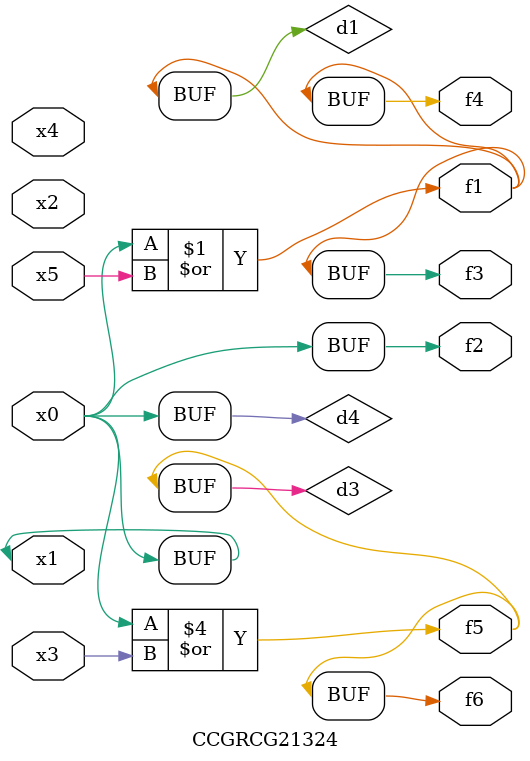
<source format=v>
module CCGRCG21324(
	input x0, x1, x2, x3, x4, x5,
	output f1, f2, f3, f4, f5, f6
);

	wire d1, d2, d3, d4;

	or (d1, x0, x5);
	xnor (d2, x1, x4);
	or (d3, x0, x3);
	buf (d4, x0, x1);
	assign f1 = d1;
	assign f2 = d4;
	assign f3 = d1;
	assign f4 = d1;
	assign f5 = d3;
	assign f6 = d3;
endmodule

</source>
